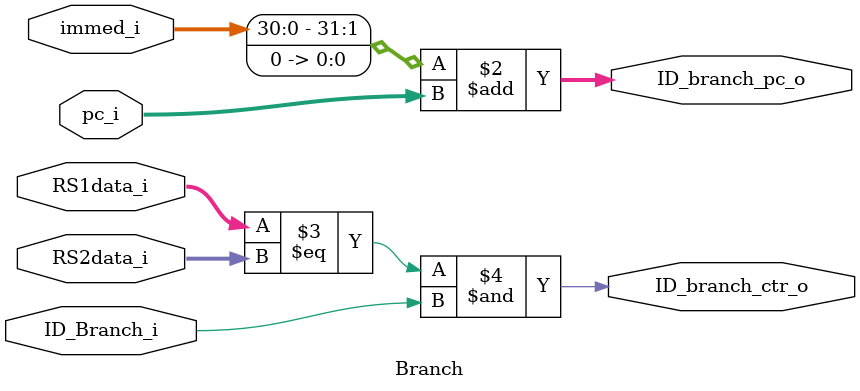
<source format=v>
module Branch(
    immed_i,
    pc_i,
    RS1data_i,
    RS2data_i,
    ID_Branch_i,
    ID_branch_pc_o,
    ID_branch_ctr_o,
);
    input [31:0] immed_i, pc_i;
    input [31:0] RS1data_i, RS2data_i;
    input ID_Branch_i;

    output [31:0] ID_branch_pc_o;
    output ID_branch_ctr_o;

    assign ID_branch_pc_o = (immed_i << 1) + pc_i;
    assign ID_branch_ctr_o = (RS1data_i == RS2data_i) & ID_Branch_i;

endmodule

</source>
